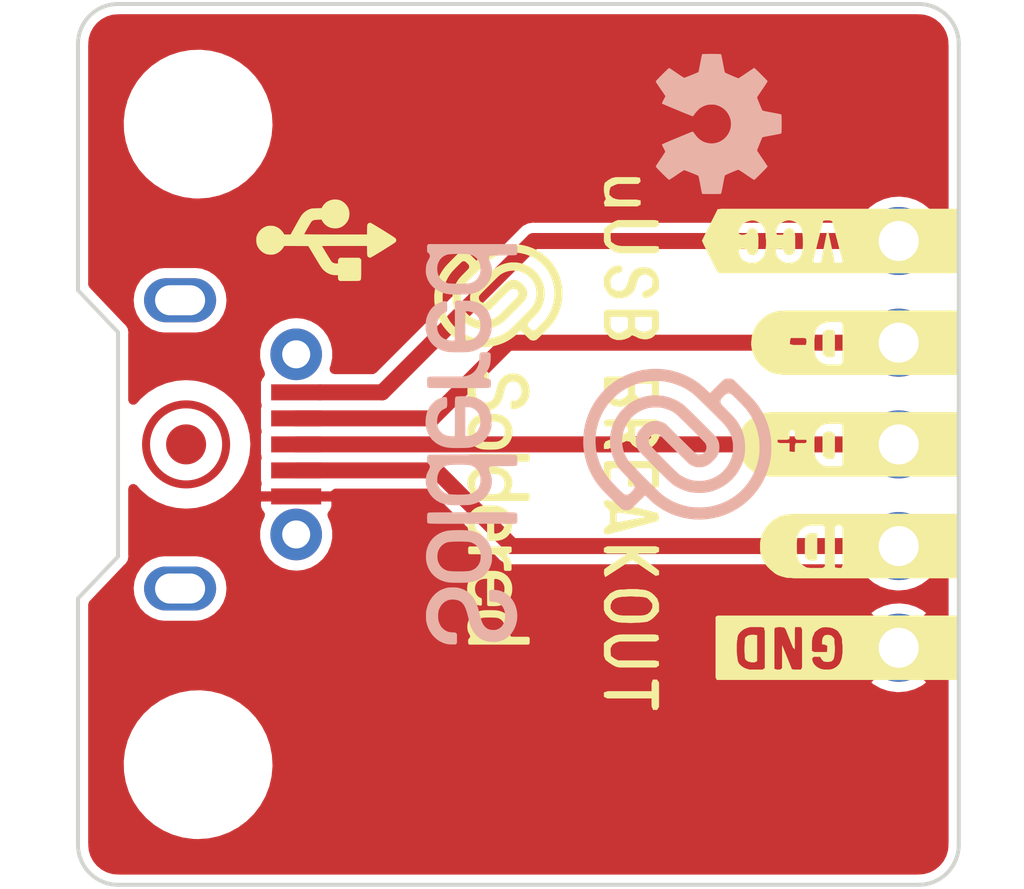
<source format=kicad_pcb>
(kicad_pcb (version 20211014) (generator pcbnew)
  (title_block (title "Micro USB breakout") (date "2021-07-06") (rev "V1.1.1.") (company "SOLDERED") (comment 1 "333010"))
  (layers (0 "F.Cu" signal) (31 "B.Cu" signal) (34 "B.Paste" user) (35 "F.Paste" user) (36 "B.SilkS" user "B.Silkscreen") (37 "F.SilkS" user "F.Silkscreen") (38 "B.Mask" user) (39 "F.Mask" user) (44 "Edge.Cuts" user))
  (net 0 "")
  (net 1 "/GND")
  (net 2 "/ID")
  (net 3 "/D+")
  (net 4 "/D-")
  (net 5 "/VCC")
  (footprint "e-radionica.com footprinti:FIDUCIAL_23" (layer "F.Cu") (at 104.45 116.15 -90)
    (fp_text reference "FD1")
    (fp_text value "FIDUCIAL")
    (fp_circle (center 0 0) (end 1 0) (layer "F.Cu") (width 0.2) (fill none))
    (pad "1" smd circle (at 0 0 270) (size 1 1) (layers "F.Cu" "F.Paste" "F.Mask") (clearance 1.1))
  )
  (footprint "buzzardLabel" (layer "F.Cu") (at 124.15 116.15 180)
    (fp_text reference "" (at 0 0) (layer "F.SilkS") (effects (font (size 1.27 1.27))))
    (fp_text value "" (at 0 0) (layer "F.SilkS") (effects (font (size 1.27 1.27))))
  )
  (footprint "buzzardLabel" (layer "F.Cu") (at 124.15 113.61 180)
    (fp_text reference "" (at 0 0) (layer "F.SilkS") (effects (font (size 1.27 1.27))))
    (fp_text value "" (at 0 0) (layer "F.SilkS") (effects (font (size 1.27 1.27))))
  )
  (footprint "e-radionica.com footprinti:HOLE_3.2mm" (layer "F.Cu") (at 104.75 108.15 -90)
    (fp_text reference "H1" hide)
    (fp_text value "HOLE_3.2mm" hide)
    (pad "" np_thru_hole circle locked (at 0 0 270) (size 3.2 3.2) (drill 3.2) (layers F&B.Cu *.Mask))
  )
  (footprint "buzzardLabel" (layer "F.Cu") (at 124.15 121.23 180)
    (fp_text reference "" (at 0 0) (layer "F.SilkS") (effects (font (size 1.27 1.27))))
    (fp_text value "" (at 0 0) (layer "F.SilkS") (effects (font (size 1.27 1.27))))
  )
  (footprint "Soldered Graphics:Logo-Back-SolderedVERTICAL-10mm" (layer "F.Cu") (at 114.75 116.15 -90)
    (fp_text reference "G***" hide)
    (fp_text value "LOGO" hide)
  )
  (footprint "buzzardLabel" (layer "F.Cu") (at 115.55 116.15 -90)
    (fp_text reference "" (at 0 0 90) (layer "F.SilkS") (effects (font (size 1.27 1.27))))
    (fp_text value "" (at 0 0 90) (layer "F.SilkS") (effects (font (size 1.27 1.27))))
  )
  (footprint "e-radionica.com footprinti:MICRO_USB" (layer "F.Cu") (at 105.75 116.15 90)
    (fp_text reference "K2")
    (fp_text value "MICRO_USB")
    (pad "1" smd rect (at 1.3 1.45 90) (size 0.4 1.25) (layers "F.Cu" "F.Paste" "F.Mask") (net 5 "/VCC"))
    (pad "2" smd rect (at 0.65 1.45 90) (size 0.4 1.25) (layers "F.Cu" "F.Paste" "F.Mask") (net 4 "/D-"))
    (pad "3" smd rect (at 0 1.45 90) (size 0.4 1.25) (layers "F.Cu" "F.Paste" "F.Mask") (net 3 "/D+"))
    (pad "4" smd rect (at -0.65 1.45 90) (size 0.4 1.25) (layers "F.Cu" "F.Paste" "F.Mask") (net 2 "/ID"))
    (pad "5" smd rect (at -1.3 1.45 90) (size 0.4 1.25) (layers "F.Cu" "F.Paste" "F.Mask") (net 1 "/GND"))
    (pad "6" thru_hole circle (at -2.25 1.45 90) (size 1.29 1.29) (drill 0.7) (layers *.Cu *.Mask))
    (pad "7" thru_hole circle (at 2.25 1.45 90) (size 1.29 1.29) (drill 0.7) (layers *.Cu *.Mask))
    (pad "8" thru_hole oval (at -3.6 -1.45 90) (size 1.1 1.8) (drill oval 0.75 1.25) (layers *.Cu *.Mask))
    (pad "9" thru_hole oval (at 3.6 -1.45 90) (size 1.1 1.8) (drill oval 0.75 1.25) (layers *.Cu *.Mask))
  )
  (footprint "Soldered Graphics:Logo-Front-SolderedFULL-10mm" (layer "F.Cu") (at 112.25 116.15 -90)
    (fp_text reference "G***" hide)
    (fp_text value "LOGO" hide)
  )
  (footprint "e-radionica.com footprinti:HOLE_3.2mm" (layer "F.Cu") (at 104.75 124.15 -90)
    (fp_text reference "H2" hide)
    (fp_text value "HOLE_3.2mm" hide)
    (pad "" np_thru_hole circle locked (at 0 0 270) (size 3.2 3.2) (drill 3.2) (layers F&B.Cu *.Mask))
  )
  (footprint "Soldered Graphics:Symbol-Front-USB" (layer "F.Cu") (at 107.95 111.05 -90)
    (fp_text reference "G***" hide)
    (fp_text value "LOGO" hide)
  )
  (footprint "buzzardLabel" (layer "F.Cu") (at 124.15 118.69 180)
    (fp_text reference "" (at 0 0) (layer "F.SilkS") (effects (font (size 1.27 1.27))))
    (fp_text value "" (at 0 0) (layer "F.SilkS") (effects (font (size 1.27 1.27))))
  )
  (footprint "Soldered Graphics:Logo-Back-OSH-3.5mm" (layer "F.Cu") (at 117.75 108.15 -90)
    (fp_text reference "G***" hide)
    (fp_text value "LOGO" hide)
  )
  (footprint "buzzardLabel" (layer "F.Cu") (at 124.15 111.07 180)
    (fp_text reference "" (at 0 0) (layer "F.SilkS") (effects (font (size 1.27 1.27))))
    (fp_text value "" (at 0 0) (layer "F.SilkS") (effects (font (size 1.27 1.27))))
  )
  (footprint "e-radionica.com footprinti:HEADER_MALE_5X1" (layer "B.Cu") (at 122.25 116.15 90)
    (fp_text reference "K1")
    (fp_text value "HEADER_MALE_5X1")
    (pad "1" thru_hole circle locked (at -5.08 0 90) (size 1.7 1.7) (drill 1) (layers *.Cu *.Mask) (net 1 "/GND"))
    (pad "2" thru_hole circle locked (at -2.54 0 90) (size 1.7 1.7) (drill 1) (layers *.Cu *.Mask) (net 2 "/ID"))
    (pad "3" thru_hole circle locked (at 0 0 90) (size 1.7 1.7) (drill 1) (layers *.Cu *.Mask) (net 3 "/D+"))
    (pad "4" thru_hole circle locked (at 2.54 0 90) (size 1.7 1.7) (drill 1) (layers *.Cu *.Mask) (net 4 "/D-"))
    (pad "5" thru_hole circle locked (at 5.08 0 90) (size 1.7 1.7) (drill 1) (layers *.Cu *.Mask) (net 5 "/VCC"))
  )
  (gr_arc (start 123.75 126.15) (mid 123.457107 126.857107) (end 122.75 127.15) (layer "Edge.Cuts") (width 0.1))
  (gr_line (start 102.75 105.15) (end 122.75 105.15) (layer "Edge.Cuts") (width 0.1))
  (gr_line (start 101.75 112.3) (end 102.75 113.35) (layer "Edge.Cuts") (width 0.1))
  (gr_arc (start 102.75 127.15) (mid 102.042893 126.857107) (end 101.75 126.15) (layer "Edge.Cuts") (width 0.1))
  (gr_arc (start 101.75 106.15) (mid 102.042893 105.442893) (end 102.75 105.15) (layer "Edge.Cuts") (width 0.1))
  (gr_line (start 101.75 126.15) (end 101.75 120) (layer "Edge.Cuts") (width 0.1))
  (gr_line (start 122.75 127.15) (end 102.75 127.15) (layer "Edge.Cuts") (width 0.1))
  (gr_arc (start 122.75 105.15) (mid 123.457107 105.442893) (end 123.75 106.15) (layer "Edge.Cuts") (width 0.1))
  (gr_line (start 102.75 118.95) (end 101.75 120) (layer "Edge.Cuts") (width 0.1))
  (gr_line (start 102.75 113.35) (end 102.75 118.95) (layer "Edge.Cuts") (width 0.1))
  (gr_line (start 123.75 106.15) (end 123.75 126.15) (layer "Edge.Cuts") (width 0.1))
  (gr_line (start 101.75 112.3) (end 101.75 106.15) (layer "Edge.Cuts") (width 0.1))
  (segment (start 107.2 116.8) (end 110.7 116.8) (width 0.4) (layer "F.Cu") (net 2))
  (segment (start 110.7 116.8) (end 112.59 118.69) (width 0.4) (layer "F.Cu") (net 2))
  (segment (start 112.59 118.69) (end 122.25 118.69) (width 0.4) (layer "F.Cu") (net 2))
  (segment (start 107.2 116.15) (end 122.25 116.15) (width 0.4) (layer "F.Cu") (net 3))
  (segment (start 107.2 115.5) (end 110.6 115.5) (width 0.4) (layer "F.Cu") (net 4))
  (segment (start 110.6 115.5) (end 112.49 113.61) (width 0.4) (layer "F.Cu") (net 4))
  (segment (start 112.49 113.61) (end 122.25 113.61) (width 0.4) (layer "F.Cu") (net 4))
  (segment (start 113.13 111.07) (end 109.35 114.85) (width 0.4) (layer "F.Cu") (net 5))
  (segment (start 122.25 111.07) (end 113.13 111.07) (width 0.4) (layer "F.Cu") (net 5))
  (segment (start 109.35 114.85) (end 107.796617 114.85) (width 0.4) (layer "F.Cu") (net 5))
  (zone (net 1) (net_name "/GND") (layer "F.Cu") (connect_pads (clearance 0.254)) (min_thickness 0.254) (fill yes (thermal_gap 0.254) (thermal_bridge_width 0.254))
    (polygon (pts (xy 101.75 127.15) (xy 101.75 105.15) (xy 123.75 105.15) (xy 123.75 127.15)))
  )
)
</source>
